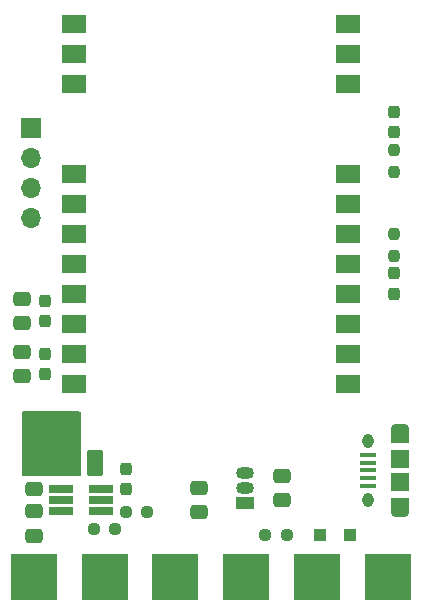
<source format=gts>
G04 #@! TF.GenerationSoftware,KiCad,Pcbnew,(6.0.9)*
G04 #@! TF.CreationDate,2023-02-13T11:25:36-05:00*
G04 #@! TF.ProjectId,1W Experiments,31572045-7870-4657-9269-6d656e74732e,rev?*
G04 #@! TF.SameCoordinates,Original*
G04 #@! TF.FileFunction,Soldermask,Top*
G04 #@! TF.FilePolarity,Negative*
%FSLAX46Y46*%
G04 Gerber Fmt 4.6, Leading zero omitted, Abs format (unit mm)*
G04 Created by KiCad (PCBNEW (6.0.9)) date 2023-02-13 11:25:36*
%MOMM*%
%LPD*%
G01*
G04 APERTURE LIST*
G04 Aperture macros list*
%AMRoundRect*
0 Rectangle with rounded corners*
0 $1 Rounding radius*
0 $2 $3 $4 $5 $6 $7 $8 $9 X,Y pos of 4 corners*
0 Add a 4 corners polygon primitive as box body*
4,1,4,$2,$3,$4,$5,$6,$7,$8,$9,$2,$3,0*
0 Add four circle primitives for the rounded corners*
1,1,$1+$1,$2,$3*
1,1,$1+$1,$4,$5*
1,1,$1+$1,$6,$7*
1,1,$1+$1,$8,$9*
0 Add four rect primitives between the rounded corners*
20,1,$1+$1,$2,$3,$4,$5,0*
20,1,$1+$1,$4,$5,$6,$7,0*
20,1,$1+$1,$6,$7,$8,$9,0*
20,1,$1+$1,$8,$9,$2,$3,0*%
G04 Aperture macros list end*
%ADD10RoundRect,0.250000X0.475000X-0.337500X0.475000X0.337500X-0.475000X0.337500X-0.475000X-0.337500X0*%
%ADD11RoundRect,0.250000X-0.475000X0.337500X-0.475000X-0.337500X0.475000X-0.337500X0.475000X0.337500X0*%
%ADD12R,1.350000X0.400000*%
%ADD13O,1.550000X0.890000*%
%ADD14R,1.550000X1.500000*%
%ADD15O,0.950000X1.250000*%
%ADD16R,1.550000X1.200000*%
%ADD17RoundRect,0.237500X-0.237500X0.300000X-0.237500X-0.300000X0.237500X-0.300000X0.237500X0.300000X0*%
%ADD18RoundRect,0.237500X-0.237500X0.250000X-0.237500X-0.250000X0.237500X-0.250000X0.237500X0.250000X0*%
%ADD19R,4.000000X4.000000*%
%ADD20RoundRect,0.237500X0.237500X-0.300000X0.237500X0.300000X-0.237500X0.300000X-0.237500X-0.300000X0*%
%ADD21R,1.500000X1.050000*%
%ADD22O,1.500000X1.050000*%
%ADD23RoundRect,0.237500X0.237500X-0.287500X0.237500X0.287500X-0.237500X0.287500X-0.237500X-0.287500X0*%
%ADD24RoundRect,0.237500X0.250000X0.237500X-0.250000X0.237500X-0.250000X-0.237500X0.250000X-0.237500X0*%
%ADD25RoundRect,0.237500X-0.237500X0.287500X-0.237500X-0.287500X0.237500X-0.287500X0.237500X0.287500X0*%
%ADD26R,1.000000X1.000000*%
%ADD27R,1.700000X1.700000*%
%ADD28O,1.700000X1.700000*%
%ADD29R,2.000000X0.650000*%
%ADD30RoundRect,0.250001X0.462499X0.849999X-0.462499X0.849999X-0.462499X-0.849999X0.462499X-0.849999X0*%
%ADD31R,2.080000X1.510000*%
%ADD32RoundRect,0.237500X0.237500X-0.250000X0.237500X0.250000X-0.237500X0.250000X-0.237500X-0.250000X0*%
G04 APERTURE END LIST*
D10*
X74500000Y-104037500D03*
X74500000Y-101962500D03*
D11*
X74500000Y-106462500D03*
X74500000Y-108537500D03*
D12*
X103800000Y-117800000D03*
X103800000Y-117150000D03*
X103800000Y-116500000D03*
X103800000Y-115850000D03*
X103800000Y-115200000D03*
D13*
X106500000Y-120000000D03*
D14*
X106500000Y-117500000D03*
X106500000Y-115500000D03*
D15*
X103800000Y-114000000D03*
D13*
X106500000Y-113000000D03*
D15*
X103800000Y-119000000D03*
D16*
X106500000Y-119400000D03*
X106500000Y-113600000D03*
D17*
X76500000Y-106637500D03*
X76500000Y-108362500D03*
D18*
X106000000Y-96487500D03*
X106000000Y-98312500D03*
D19*
X93500000Y-125500000D03*
D20*
X76500000Y-103862500D03*
X76500000Y-102137500D03*
D21*
X93360000Y-119270000D03*
D22*
X93360000Y-118000000D03*
X93360000Y-116730000D03*
D19*
X99500000Y-125500000D03*
D23*
X106000000Y-101575000D03*
X106000000Y-99825000D03*
D17*
X83300000Y-116387500D03*
X83300000Y-118112500D03*
D24*
X96912500Y-122000000D03*
X95087500Y-122000000D03*
D25*
X106000000Y-86125000D03*
X106000000Y-87875000D03*
D19*
X105500000Y-125500000D03*
D26*
X99750000Y-122000000D03*
X102250000Y-122000000D03*
D27*
X75250000Y-87500000D03*
D28*
X75250000Y-90040000D03*
X75250000Y-92580000D03*
X75250000Y-95120000D03*
D19*
X81500000Y-125500000D03*
D11*
X75500000Y-115962500D03*
X75500000Y-118037500D03*
D24*
X82412500Y-121500000D03*
X80587500Y-121500000D03*
D29*
X77790000Y-118050000D03*
X77790000Y-119000000D03*
X77790000Y-119950000D03*
X81210000Y-119950000D03*
X81210000Y-119000000D03*
X81210000Y-118050000D03*
D30*
X80662500Y-115900000D03*
X78337500Y-115900000D03*
D11*
X96500000Y-116962500D03*
X96500000Y-119037500D03*
X89500000Y-117962500D03*
X89500000Y-120037500D03*
D19*
X75500000Y-125500000D03*
D24*
X85112500Y-120000000D03*
X83287500Y-120000000D03*
D31*
X78925000Y-78680000D03*
X78925000Y-81220000D03*
X78925000Y-83760000D03*
X78925000Y-91360000D03*
X78925000Y-93900000D03*
X78925000Y-96440000D03*
X78925000Y-98980000D03*
X78925000Y-101520000D03*
X78925000Y-104060000D03*
X78925000Y-106600000D03*
X78925000Y-109140000D03*
X102075000Y-109140000D03*
X102075000Y-106600000D03*
X102075000Y-104060000D03*
X102075000Y-101520000D03*
X102075000Y-98980000D03*
X102075000Y-96440000D03*
X102075000Y-93900000D03*
X102075000Y-91360000D03*
X102075000Y-83760000D03*
X102075000Y-81220000D03*
X102075000Y-78680000D03*
D19*
X87500000Y-125500000D03*
D32*
X106000000Y-91212500D03*
X106000000Y-89387500D03*
D10*
X75500000Y-122037500D03*
X75500000Y-119962500D03*
G36*
X79442121Y-111520002D02*
G01*
X79488614Y-111573658D01*
X79500000Y-111626000D01*
X79500000Y-116874000D01*
X79479998Y-116942121D01*
X79426342Y-116988614D01*
X79374000Y-117000000D01*
X74626000Y-117000000D01*
X74557879Y-116979998D01*
X74511386Y-116926342D01*
X74500000Y-116874000D01*
X74500000Y-111626000D01*
X74520002Y-111557879D01*
X74573658Y-111511386D01*
X74626000Y-111500000D01*
X79374000Y-111500000D01*
X79442121Y-111520002D01*
G37*
M02*

</source>
